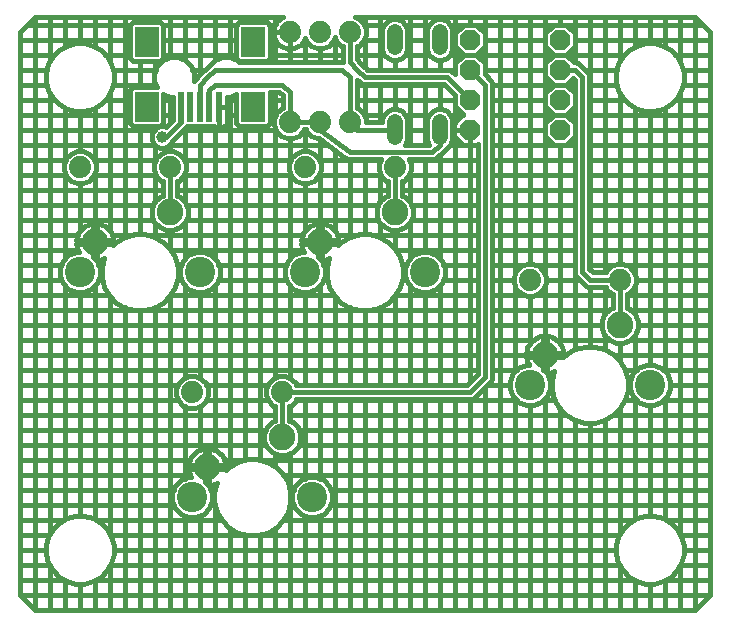
<source format=gtl>
G75*
G70*
%OFA0B0*%
%FSLAX24Y24*%
%IPPOS*%
%LPD*%
%AMOC8*
5,1,8,0,0,1.08239X$1,22.5*
%
%ADD10C,0.0886*%
%ADD11C,0.1012*%
%ADD12OC8,0.0680*%
%ADD13R,0.0197X0.0984*%
%ADD14R,0.0787X0.0984*%
%ADD15C,0.0740*%
%ADD16C,0.0520*%
%ADD17C,0.0160*%
%ADD18C,0.0396*%
D10*
X006430Y004930D03*
X008930Y005930D03*
X010180Y012430D03*
X012680Y013430D03*
X017680Y008680D03*
X020180Y009680D03*
X005180Y013430D03*
X002680Y012430D03*
D11*
X002180Y011430D03*
X006180Y011430D03*
X009680Y011430D03*
X013680Y011430D03*
X017180Y007680D03*
X021180Y007680D03*
X009930Y003930D03*
X005930Y003930D03*
D12*
X015180Y016180D03*
X015180Y017180D03*
X015180Y018180D03*
X015180Y019180D03*
X018180Y019180D03*
X018180Y018180D03*
X018180Y017180D03*
X018180Y016180D03*
D13*
X006810Y016946D03*
X006495Y016946D03*
X006180Y016946D03*
X005865Y016946D03*
X005550Y016946D03*
D14*
X004408Y016946D03*
X004408Y019111D03*
X007952Y019111D03*
X007952Y016946D03*
D15*
X009180Y016430D03*
X010180Y016430D03*
X011180Y016430D03*
X009680Y014930D03*
X012680Y014930D03*
X017180Y011180D03*
X020180Y011180D03*
X011180Y019430D03*
X010180Y019430D03*
X009180Y019430D03*
X005180Y014930D03*
X002180Y014930D03*
X005930Y007430D03*
X008930Y007430D03*
D16*
X012680Y015920D02*
X012680Y016440D01*
X014180Y016440D02*
X014180Y015920D01*
X014180Y018920D02*
X014180Y019440D01*
X012680Y019440D02*
X012680Y018920D01*
D17*
X000680Y019930D02*
X000680Y000180D01*
X022680Y000180D01*
X022680Y019930D01*
X023180Y019430D01*
X023180Y000680D01*
X000180Y000680D01*
X000180Y019430D01*
X000680Y019930D01*
X008950Y019930D01*
X008892Y019900D01*
X008822Y019850D01*
X008760Y019788D01*
X008710Y019718D01*
X008670Y019641D01*
X008644Y019559D01*
X008630Y019473D01*
X008630Y019439D01*
X009171Y019439D01*
X009171Y019421D01*
X009189Y019421D01*
X009189Y018880D01*
X009223Y018880D01*
X009309Y018894D01*
X009391Y018920D01*
X009468Y018960D01*
X009538Y019010D01*
X009600Y019072D01*
X009650Y019142D01*
X009690Y019219D01*
X009691Y019224D01*
X009731Y019130D01*
X009880Y018981D01*
X010075Y018900D01*
X010285Y018900D01*
X010480Y018981D01*
X010629Y019130D01*
X010680Y019252D01*
X010680Y018420D01*
X010940Y018420D02*
X007486Y018420D01*
X007418Y018487D01*
X007177Y018587D01*
X006915Y018587D01*
X006674Y018487D01*
X006589Y018402D01*
X006544Y018383D01*
X006477Y018316D01*
X006227Y018066D01*
X005977Y017816D01*
X005971Y017803D01*
X005971Y018061D01*
X005871Y018302D01*
X005686Y018487D01*
X005445Y018587D01*
X005183Y018587D01*
X004942Y018487D01*
X004757Y018302D01*
X004657Y018061D01*
X004657Y017799D01*
X004740Y017598D01*
X003948Y017598D01*
X003855Y017504D01*
X003855Y016387D01*
X003948Y016294D01*
X004868Y016294D01*
X004962Y016387D01*
X004962Y017364D01*
X005183Y017273D01*
X005292Y017273D01*
X005292Y016511D01*
X005049Y016268D01*
X005001Y016288D01*
X004859Y016288D01*
X004727Y016234D01*
X004626Y016133D01*
X004572Y016001D01*
X004572Y015859D01*
X004626Y015727D01*
X004727Y015626D01*
X004859Y015572D01*
X005001Y015572D01*
X005133Y015626D01*
X005234Y015727D01*
X005267Y015807D01*
X005753Y016294D01*
X006629Y016294D01*
X006642Y016286D01*
X006688Y016274D01*
X006810Y016274D01*
X006932Y016274D01*
X006978Y016286D01*
X007019Y016310D01*
X007052Y016343D01*
X007076Y016384D01*
X007088Y016430D01*
X007088Y016946D01*
X007088Y017273D01*
X007177Y017273D01*
X007398Y017364D01*
X007398Y016387D01*
X007492Y016294D01*
X008412Y016294D01*
X008505Y016387D01*
X008505Y017440D01*
X008831Y017440D01*
X008940Y017331D01*
X008940Y016904D01*
X008880Y016879D01*
X008731Y016730D01*
X008650Y016535D01*
X008650Y016325D01*
X008731Y016130D01*
X008880Y015981D01*
X009075Y015900D01*
X009285Y015900D01*
X009480Y015981D01*
X009629Y016130D01*
X009654Y016190D01*
X009706Y016190D01*
X009731Y016130D01*
X009880Y015981D01*
X010075Y015900D01*
X010153Y015900D01*
X011022Y015248D01*
X011044Y015227D01*
X011060Y015220D01*
X011074Y015209D01*
X011104Y015202D01*
X011132Y015190D01*
X011150Y015190D01*
X011167Y015186D01*
X011197Y015190D01*
X012214Y015190D01*
X012150Y015035D01*
X012150Y014825D01*
X012231Y014630D01*
X012380Y014481D01*
X012440Y014456D01*
X012440Y013983D01*
X012338Y013941D01*
X012169Y013772D01*
X012077Y013550D01*
X012077Y013310D01*
X012169Y013088D01*
X012338Y012919D01*
X012560Y012827D01*
X012800Y012827D01*
X013022Y012919D01*
X013191Y013088D01*
X013283Y013310D01*
X013283Y013550D01*
X013191Y013772D01*
X013022Y013941D01*
X012920Y013983D01*
X012920Y014456D01*
X012980Y014481D01*
X013129Y014630D01*
X013210Y014825D01*
X013210Y015035D01*
X013146Y015190D01*
X013978Y015190D01*
X014066Y015227D01*
X014316Y015477D01*
X014383Y015544D01*
X014386Y015551D01*
X014418Y015564D01*
X014536Y015682D01*
X014600Y015836D01*
X014600Y016524D01*
X014536Y016678D01*
X014418Y016796D01*
X014264Y016860D01*
X014096Y016860D01*
X013942Y016796D01*
X013824Y016678D01*
X013760Y016524D01*
X013760Y015836D01*
X013824Y015682D01*
X013833Y015673D01*
X013831Y015670D01*
X013024Y015670D01*
X013036Y015682D01*
X013100Y015836D01*
X013100Y016524D01*
X013036Y016678D01*
X012918Y016796D01*
X012764Y016860D01*
X012596Y016860D01*
X012442Y016796D01*
X012324Y016678D01*
X012260Y016524D01*
X012260Y016420D01*
X011710Y016420D01*
X011710Y016535D01*
X011629Y016730D01*
X011480Y016879D01*
X011420Y016904D01*
X011420Y017851D01*
X011477Y017794D01*
X011544Y017727D01*
X011632Y017690D01*
X014331Y017690D01*
X014680Y017341D01*
X014680Y016973D01*
X014680Y016415D01*
X014660Y016395D02*
X014660Y016180D01*
X015180Y016180D01*
X015180Y007769D01*
X015091Y007680D02*
X009400Y007680D01*
X009404Y007670D02*
X009379Y007730D01*
X009230Y007879D01*
X009035Y007960D01*
X008825Y007960D01*
X008630Y007879D01*
X008481Y007730D01*
X008400Y007535D01*
X008400Y007325D01*
X008481Y007130D01*
X008630Y006981D01*
X008690Y006956D01*
X008690Y006483D01*
X008588Y006441D01*
X008419Y006272D01*
X008327Y006050D01*
X008327Y005810D01*
X008419Y005588D01*
X008588Y005419D01*
X008810Y005327D01*
X009050Y005327D01*
X009272Y005419D01*
X009441Y005588D01*
X009533Y005810D01*
X009533Y006050D01*
X009441Y006272D01*
X009272Y006441D01*
X009170Y006483D01*
X009170Y006956D01*
X009230Y006981D01*
X009379Y007130D01*
X009404Y007190D01*
X015228Y007190D01*
X015316Y007227D01*
X015383Y007294D01*
X015883Y007794D01*
X015920Y007882D01*
X015920Y017728D01*
X015883Y017816D01*
X015680Y018019D01*
X015680Y019930D01*
X015387Y019680D02*
X015680Y019387D01*
X015680Y018973D01*
X015387Y018680D01*
X017973Y018680D01*
X018387Y018680D01*
X020332Y018680D01*
X020276Y018624D02*
X020127Y018366D01*
X020050Y018079D01*
X020050Y017781D01*
X020127Y017494D01*
X020276Y017236D01*
X020486Y017026D01*
X020744Y016877D01*
X021031Y016800D01*
X021329Y016800D01*
X021616Y016877D01*
X021874Y017026D01*
X022084Y017236D01*
X022233Y017494D01*
X022310Y017781D01*
X022310Y018079D01*
X022233Y018366D01*
X022084Y018624D01*
X021874Y018834D01*
X021616Y018983D01*
X021329Y019060D01*
X021031Y019060D01*
X020744Y018983D01*
X020486Y018834D01*
X020276Y018624D01*
X020180Y018458D02*
X020180Y019930D01*
X019680Y019930D02*
X019680Y011420D01*
X019706Y011420D02*
X019279Y011420D01*
X019170Y011529D01*
X019170Y017978D01*
X019133Y018066D01*
X019066Y018133D01*
X018816Y018383D01*
X018728Y018420D01*
X018647Y018420D01*
X018387Y018680D01*
X018680Y018973D01*
X018680Y019387D01*
X018387Y019680D01*
X017973Y019680D01*
X017680Y019387D01*
X017680Y019930D01*
X018180Y019930D02*
X018180Y019680D01*
X018680Y019930D02*
X018680Y018420D01*
X018680Y018180D02*
X018930Y017930D01*
X018930Y011430D01*
X019180Y011180D01*
X020180Y011180D01*
X020180Y009680D01*
X020783Y009680D02*
X023180Y009680D01*
X023180Y009180D02*
X020533Y009180D01*
X020522Y009169D02*
X020691Y009338D01*
X020783Y009560D01*
X020783Y009800D01*
X020691Y010022D01*
X020522Y010191D01*
X020420Y010233D01*
X020420Y010706D01*
X020480Y010731D01*
X020629Y010880D01*
X020710Y011075D01*
X020710Y011285D01*
X020629Y011480D01*
X020480Y011629D01*
X020285Y011710D01*
X020075Y011710D01*
X019880Y011629D01*
X019731Y011480D01*
X019706Y011420D01*
X020002Y011680D02*
X019170Y011680D01*
X019180Y011519D02*
X019180Y019930D01*
X018680Y019180D02*
X023180Y019180D01*
X022930Y019680D02*
X014534Y019680D01*
X014536Y019678D02*
X014418Y019796D01*
X014264Y019860D01*
X014096Y019860D01*
X013942Y019796D01*
X013824Y019678D01*
X013760Y019524D01*
X013760Y018836D01*
X013824Y018682D01*
X013942Y018564D01*
X014096Y018500D01*
X014264Y018500D01*
X014418Y018564D01*
X014536Y018682D01*
X014600Y018836D01*
X014600Y019524D01*
X014536Y019678D01*
X014680Y019930D02*
X014680Y019387D01*
X014680Y018973D01*
X014680Y018387D01*
X014680Y018019D01*
X014566Y018133D01*
X014478Y018170D01*
X011779Y018170D01*
X011566Y018383D01*
X011420Y018529D01*
X011420Y018956D01*
X011480Y018981D01*
X011629Y019130D01*
X011710Y019325D01*
X011710Y019535D01*
X011629Y019730D01*
X011480Y019879D01*
X011358Y019930D01*
X022680Y019930D01*
X022180Y019930D02*
X022180Y018458D01*
X022028Y018680D02*
X023180Y018680D01*
X023180Y018180D02*
X022283Y018180D01*
X022283Y017680D02*
X023180Y017680D01*
X023180Y017180D02*
X022028Y017180D01*
X022180Y017402D02*
X022180Y002708D01*
X022196Y002680D02*
X023180Y002680D01*
X023180Y002180D02*
X022310Y002180D01*
X022310Y002329D02*
X022233Y002616D01*
X022084Y002874D01*
X021874Y003084D01*
X021616Y003233D01*
X021329Y003310D01*
X021031Y003310D01*
X020744Y003233D01*
X020486Y003084D01*
X020276Y002874D01*
X020127Y002616D01*
X020050Y002329D01*
X020050Y002031D01*
X020127Y001744D01*
X020276Y001486D01*
X020486Y001276D01*
X020744Y001127D01*
X021031Y001050D01*
X021329Y001050D01*
X021616Y001127D01*
X021874Y001276D01*
X022084Y001486D01*
X022233Y001744D01*
X022310Y002031D01*
X022310Y002329D01*
X022196Y001680D02*
X023180Y001680D01*
X023180Y001180D02*
X021708Y001180D01*
X021680Y001164D02*
X021680Y000180D01*
X021180Y000180D02*
X021180Y001050D01*
X020680Y001164D02*
X020680Y000180D01*
X020180Y000180D02*
X020180Y001652D01*
X020164Y001680D02*
X003196Y001680D01*
X003180Y001652D02*
X003180Y000180D01*
X002680Y000180D02*
X002680Y001164D01*
X002708Y001180D02*
X020652Y001180D01*
X020050Y002180D02*
X003310Y002180D01*
X003310Y002329D02*
X003233Y002616D01*
X003084Y002874D01*
X002874Y003084D01*
X002616Y003233D01*
X002329Y003310D01*
X002031Y003310D01*
X001744Y003233D01*
X001486Y003084D01*
X001276Y002874D01*
X001127Y002616D01*
X001050Y002329D01*
X001050Y002031D01*
X001127Y001744D01*
X001276Y001486D01*
X001486Y001276D01*
X001744Y001127D01*
X002031Y001050D01*
X002329Y001050D01*
X002616Y001127D01*
X002874Y001276D01*
X003084Y001486D01*
X003233Y001744D01*
X003310Y002031D01*
X003310Y002329D01*
X003196Y002680D02*
X007698Y002680D01*
X007680Y002685D02*
X007680Y000180D01*
X007180Y000180D02*
X007180Y002899D01*
X007152Y002916D02*
X007441Y002749D01*
X007763Y002663D01*
X008097Y002663D01*
X008419Y002749D01*
X008708Y002916D01*
X008944Y003152D01*
X009111Y003441D01*
X009197Y003763D01*
X009197Y004097D01*
X009111Y004419D01*
X008944Y004708D01*
X008708Y004944D01*
X008419Y005111D01*
X008097Y005197D01*
X007763Y005197D01*
X007441Y005111D01*
X007152Y004944D01*
X007046Y004839D01*
X007050Y004862D01*
X006498Y004862D01*
X006498Y004998D01*
X007050Y004998D01*
X007038Y005076D01*
X007007Y005169D01*
X006963Y005256D01*
X006905Y005336D01*
X006836Y005405D01*
X006756Y005463D01*
X006669Y005507D01*
X006576Y005538D01*
X006498Y005550D01*
X006498Y004998D01*
X006362Y004998D01*
X006362Y004862D01*
X006498Y004862D01*
X006498Y004310D01*
X006576Y004322D01*
X006669Y004353D01*
X006741Y004389D01*
X006663Y004097D01*
X006663Y003763D01*
X006749Y003441D01*
X006916Y003152D01*
X007152Y002916D01*
X006899Y003180D02*
X002708Y003180D01*
X002680Y003196D02*
X002680Y010988D01*
X002745Y011053D02*
X002846Y011297D01*
X002846Y011563D01*
X002745Y011807D01*
X002612Y011940D01*
X002612Y012362D01*
X002748Y012362D01*
X002748Y012498D01*
X003300Y012498D01*
X003288Y012576D01*
X003257Y012669D01*
X003213Y012756D01*
X003155Y012836D01*
X003086Y012905D01*
X003006Y012963D01*
X002919Y013007D01*
X002826Y013038D01*
X002748Y013050D01*
X002748Y012498D01*
X002612Y012498D01*
X002612Y012362D01*
X002060Y012362D01*
X002072Y012284D01*
X002103Y012191D01*
X002147Y012104D01*
X002153Y012096D01*
X002047Y012096D01*
X001803Y011995D01*
X001615Y011807D01*
X001514Y011563D01*
X001514Y011297D01*
X001615Y011053D01*
X001803Y010865D01*
X002047Y010764D01*
X002313Y010764D01*
X002557Y010865D01*
X002745Y011053D01*
X002798Y011180D02*
X002935Y011180D01*
X002913Y011263D02*
X002999Y010941D01*
X003166Y010652D01*
X003402Y010416D01*
X003691Y010249D01*
X004013Y010163D01*
X004347Y010163D01*
X004669Y010249D01*
X004958Y010416D01*
X005194Y010652D01*
X005361Y010941D01*
X005447Y011263D01*
X005447Y011597D01*
X005361Y011919D01*
X005194Y012208D01*
X004958Y012444D01*
X004669Y012611D01*
X004347Y012697D01*
X004013Y012697D01*
X003691Y012611D01*
X003402Y012444D01*
X003296Y012339D01*
X003300Y012362D01*
X002748Y012362D01*
X002748Y011810D01*
X002826Y011822D01*
X002919Y011853D01*
X002991Y011889D01*
X002913Y011597D01*
X002913Y011263D01*
X002935Y011680D02*
X002798Y011680D01*
X002680Y011872D02*
X002680Y012362D01*
X002680Y012498D02*
X002680Y014752D01*
X002650Y014680D02*
X004710Y014680D01*
X004731Y014630D02*
X004880Y014481D01*
X004940Y014456D01*
X004940Y013983D01*
X004838Y013941D01*
X004669Y013772D01*
X004577Y013550D01*
X004577Y013310D01*
X004669Y013088D01*
X004838Y012919D01*
X005060Y012827D01*
X005300Y012827D01*
X005522Y012919D01*
X005691Y013088D01*
X005783Y013310D01*
X005783Y013550D01*
X005691Y013772D01*
X005522Y013941D01*
X005420Y013983D01*
X005420Y014456D01*
X005480Y014481D01*
X005629Y014630D01*
X005710Y014825D01*
X005710Y015035D01*
X005629Y015230D01*
X005480Y015379D01*
X005285Y015460D01*
X005075Y015460D01*
X004880Y015379D01*
X004731Y015230D01*
X004650Y015035D01*
X004650Y014825D01*
X004731Y014630D01*
X004680Y014752D02*
X004680Y013783D01*
X004631Y013680D02*
X000180Y013680D01*
X000180Y013180D02*
X004631Y013180D01*
X004680Y013077D02*
X004680Y012605D01*
X004412Y012680D02*
X009608Y012680D01*
X009603Y012669D02*
X009572Y012576D01*
X009560Y012498D01*
X010112Y012498D01*
X010112Y012362D01*
X010248Y012362D01*
X010248Y012498D01*
X010800Y012498D01*
X010788Y012576D01*
X010757Y012669D01*
X010713Y012756D01*
X010655Y012836D01*
X010586Y012905D01*
X010506Y012963D01*
X010419Y013007D01*
X010326Y013038D01*
X010248Y013050D01*
X010248Y012498D01*
X010112Y012498D01*
X010112Y013050D01*
X010034Y013038D01*
X009941Y013007D01*
X009854Y012963D01*
X009774Y012905D01*
X009705Y012836D01*
X009647Y012756D01*
X009603Y012669D01*
X009680Y012802D02*
X009680Y014400D01*
X009785Y014400D02*
X009980Y014481D01*
X010129Y014630D01*
X010210Y014825D01*
X010210Y015035D01*
X010129Y015230D01*
X009980Y015379D01*
X009785Y015460D01*
X009575Y015460D01*
X009380Y015379D01*
X009231Y015230D01*
X009150Y015035D01*
X009150Y014825D01*
X009231Y014630D01*
X009380Y014481D01*
X009575Y014400D01*
X009785Y014400D01*
X010150Y014680D02*
X012210Y014680D01*
X012180Y014752D02*
X012180Y013783D01*
X012131Y013680D02*
X005729Y013680D01*
X005680Y013783D02*
X005680Y014752D01*
X005650Y014680D02*
X009210Y014680D01*
X009180Y014752D02*
X009180Y011872D01*
X009115Y011807D02*
X009014Y011563D01*
X009014Y011297D01*
X009115Y011053D01*
X009303Y010865D01*
X009547Y010764D01*
X009813Y010764D01*
X010057Y010865D01*
X010245Y011053D01*
X010346Y011297D01*
X010346Y011563D01*
X010245Y011807D01*
X010112Y011940D01*
X010112Y012362D01*
X009560Y012362D01*
X009572Y012284D01*
X009603Y012191D01*
X009647Y012104D01*
X009653Y012096D01*
X009547Y012096D01*
X009303Y011995D01*
X009115Y011807D01*
X009062Y011680D02*
X006798Y011680D01*
X006846Y011563D02*
X006745Y011807D01*
X006557Y011995D01*
X006313Y012096D01*
X006047Y012096D01*
X005803Y011995D01*
X005615Y011807D01*
X005514Y011563D01*
X005514Y011297D01*
X005615Y011053D01*
X005803Y010865D01*
X006047Y010764D01*
X006313Y010764D01*
X006557Y010865D01*
X006745Y011053D01*
X006846Y011297D01*
X006846Y011563D01*
X006680Y011872D02*
X006680Y016276D01*
X006810Y016274D02*
X006810Y016946D01*
X007088Y016946D01*
X006810Y016946D01*
X006810Y016946D01*
X006810Y016274D01*
X006810Y016680D02*
X006810Y016680D01*
X006810Y016946D02*
X006810Y016946D01*
X007088Y017180D02*
X007398Y017180D01*
X007180Y017274D02*
X007180Y004961D01*
X007002Y005180D02*
X007698Y005180D01*
X007680Y005175D02*
X007680Y016294D01*
X007398Y016680D02*
X007088Y016680D01*
X006495Y016946D02*
X006495Y017495D01*
X006680Y017680D01*
X008930Y017680D01*
X009180Y017430D01*
X009180Y016430D01*
X010180Y016430D01*
X010180Y016180D01*
X011180Y015430D01*
X012680Y015430D01*
X012930Y015430D01*
X013930Y015430D01*
X014180Y015680D01*
X014180Y016180D01*
X014600Y016180D02*
X015180Y016180D01*
X015180Y015660D01*
X015395Y015660D01*
X015440Y015705D01*
X015440Y008029D01*
X015081Y007670D01*
X009404Y007670D01*
X009680Y007670D02*
X009680Y010764D01*
X009180Y010988D02*
X009180Y007900D01*
X008680Y007900D02*
X008680Y016252D01*
X008710Y016180D02*
X005639Y016180D01*
X005680Y016221D02*
X005680Y015108D01*
X005650Y015180D02*
X009210Y015180D01*
X009180Y015108D02*
X009180Y015900D01*
X009650Y016180D02*
X009710Y016180D01*
X009680Y016190D02*
X009680Y015460D01*
X010150Y015180D02*
X012210Y015180D01*
X012180Y015190D02*
X012180Y015108D01*
X011680Y015190D02*
X011680Y012697D01*
X011847Y012697D02*
X011513Y012697D01*
X011191Y012611D01*
X010902Y012444D01*
X010796Y012339D01*
X010800Y012362D01*
X010248Y012362D01*
X010248Y011810D01*
X010326Y011822D01*
X010419Y011853D01*
X010491Y011889D01*
X010413Y011597D01*
X010413Y011263D01*
X010499Y010941D01*
X010666Y010652D01*
X010902Y010416D01*
X011191Y010249D01*
X011513Y010163D01*
X011847Y010163D01*
X012169Y010249D01*
X012458Y010416D01*
X012694Y010652D01*
X012861Y010941D01*
X012947Y011263D01*
X012947Y011597D01*
X012861Y011919D01*
X012694Y012208D01*
X012458Y012444D01*
X012169Y012611D01*
X011847Y012697D01*
X011912Y012680D02*
X015440Y012680D01*
X015920Y012680D02*
X018690Y012680D01*
X019170Y012680D02*
X023180Y012680D01*
X023180Y013180D02*
X019170Y013180D01*
X018690Y013180D02*
X015920Y013180D01*
X015440Y013180D02*
X013229Y013180D01*
X013180Y013077D02*
X013180Y011872D01*
X013115Y011807D02*
X013014Y011563D01*
X013014Y011297D01*
X013115Y011053D01*
X013303Y010865D01*
X013547Y010764D01*
X013813Y010764D01*
X014057Y010865D01*
X014245Y011053D01*
X014346Y011297D01*
X014346Y011563D01*
X014245Y011807D01*
X014057Y011995D01*
X013813Y012096D01*
X013547Y012096D01*
X013303Y011995D01*
X013115Y011807D01*
X013062Y011680D02*
X012925Y011680D01*
X012925Y011180D02*
X013062Y011180D01*
X013180Y010988D02*
X013180Y007670D01*
X013180Y007190D02*
X013180Y000180D01*
X012680Y000180D02*
X012680Y007190D01*
X012680Y007670D02*
X012680Y010638D01*
X012711Y010680D02*
X015440Y010680D01*
X015920Y010680D02*
X017002Y010680D01*
X017075Y010650D02*
X016880Y010731D01*
X016731Y010880D01*
X016650Y011075D01*
X016650Y011285D01*
X016731Y011480D01*
X016880Y011629D01*
X017075Y011710D01*
X017285Y011710D01*
X017480Y011629D01*
X017629Y011480D01*
X017710Y011285D01*
X017710Y011075D01*
X017629Y010880D01*
X017480Y010731D01*
X017285Y010650D01*
X017075Y010650D01*
X017180Y010650D02*
X017180Y009052D01*
X017205Y009086D02*
X017147Y009006D01*
X017103Y008919D01*
X017072Y008826D01*
X017060Y008748D01*
X017612Y008748D01*
X017612Y008612D01*
X017748Y008612D01*
X017748Y008748D01*
X018300Y008748D01*
X018288Y008826D01*
X018257Y008919D01*
X018213Y009006D01*
X018155Y009086D01*
X018086Y009155D01*
X018006Y009213D01*
X017919Y009257D01*
X017826Y009288D01*
X017748Y009300D01*
X017748Y008748D01*
X017612Y008748D01*
X017612Y009300D01*
X017534Y009288D01*
X017441Y009257D01*
X017354Y009213D01*
X017274Y009155D01*
X017205Y009086D01*
X017308Y009180D02*
X015920Y009180D01*
X015440Y009180D02*
X000180Y009180D01*
X000180Y009680D02*
X015440Y009680D01*
X015920Y009680D02*
X019577Y009680D01*
X019577Y009800D02*
X019577Y009560D01*
X019669Y009338D01*
X019838Y009169D01*
X020060Y009077D01*
X020300Y009077D01*
X020522Y009169D01*
X020680Y009327D02*
X020680Y008122D01*
X020738Y008180D02*
X020355Y008180D01*
X020361Y008169D02*
X020194Y008458D01*
X019958Y008694D01*
X019669Y008861D01*
X019347Y008947D01*
X019013Y008947D01*
X018691Y008861D01*
X018402Y008694D01*
X018296Y008589D01*
X018300Y008612D01*
X017748Y008612D01*
X017748Y008060D01*
X017826Y008072D01*
X017919Y008103D01*
X017991Y008139D01*
X017913Y007847D01*
X017913Y007513D01*
X017999Y007191D01*
X018166Y006902D01*
X018402Y006666D01*
X018691Y006499D01*
X019013Y006413D01*
X019347Y006413D01*
X019669Y006499D01*
X019958Y006666D01*
X020194Y006902D01*
X020361Y007191D01*
X020447Y007513D01*
X020447Y007847D01*
X020361Y008169D01*
X020615Y008057D02*
X020514Y007813D01*
X020514Y007547D01*
X020615Y007303D01*
X020803Y007115D01*
X021047Y007014D01*
X021313Y007014D01*
X021557Y007115D01*
X021745Y007303D01*
X021846Y007547D01*
X021846Y007813D01*
X021745Y008057D01*
X021557Y008245D01*
X021313Y008346D01*
X021047Y008346D01*
X020803Y008245D01*
X020615Y008057D01*
X020514Y007680D02*
X020447Y007680D01*
X020680Y007238D02*
X020680Y003196D01*
X020652Y003180D02*
X008961Y003180D01*
X008680Y002899D02*
X008680Y000180D01*
X008180Y000180D02*
X008180Y002685D01*
X008162Y002680D02*
X020164Y002680D01*
X020180Y002708D02*
X020180Y006888D01*
X019972Y006680D02*
X023180Y006680D01*
X023180Y006180D02*
X009479Y006180D01*
X009180Y006479D02*
X009180Y006960D01*
X009170Y006680D02*
X018388Y006680D01*
X018180Y006888D02*
X018180Y000180D01*
X017680Y000180D02*
X017680Y007238D01*
X017622Y007180D02*
X018005Y007180D01*
X017745Y007303D02*
X017846Y007547D01*
X017846Y007813D01*
X017745Y008057D01*
X017612Y008190D01*
X017612Y008612D01*
X017060Y008612D01*
X017072Y008534D01*
X017103Y008441D01*
X017147Y008354D01*
X017153Y008346D01*
X017047Y008346D01*
X016803Y008245D01*
X016615Y008057D01*
X016514Y007813D01*
X016514Y007547D01*
X016615Y007303D01*
X016803Y007115D01*
X017047Y007014D01*
X017313Y007014D01*
X017557Y007115D01*
X017745Y007303D01*
X017846Y007680D02*
X017913Y007680D01*
X017680Y008122D02*
X017680Y008612D01*
X017748Y008680D02*
X018388Y008680D01*
X018180Y008612D02*
X018180Y008748D01*
X018180Y009052D02*
X018180Y015680D01*
X017973Y015680D02*
X018387Y015680D01*
X018690Y015680D01*
X018680Y015973D02*
X018387Y015680D01*
X018680Y015973D02*
X018680Y016387D01*
X018387Y016680D01*
X018690Y016680D01*
X018680Y016973D02*
X018387Y016680D01*
X017973Y016680D01*
X015920Y016680D01*
X015920Y016180D02*
X017680Y016180D01*
X017680Y016387D02*
X017680Y015973D01*
X017680Y011358D01*
X017710Y011180D02*
X018841Y011180D01*
X018794Y011227D02*
X018977Y011044D01*
X019044Y010977D01*
X019132Y010940D01*
X019706Y010940D01*
X019731Y010880D01*
X019880Y010731D01*
X019940Y010706D01*
X019940Y010233D01*
X019838Y010191D01*
X019669Y010022D01*
X019577Y009800D01*
X019680Y010033D02*
X019680Y010940D01*
X019940Y010680D02*
X017358Y010680D01*
X017680Y011002D02*
X017680Y008748D01*
X017612Y008680D02*
X015920Y008680D01*
X015440Y008680D02*
X000180Y008680D01*
X000180Y008180D02*
X015440Y008180D01*
X015680Y007930D02*
X015180Y007430D01*
X008930Y007430D01*
X008930Y005930D01*
X008680Y006479D02*
X008680Y006960D01*
X008690Y006680D02*
X000180Y006680D01*
X000180Y006180D02*
X008381Y006180D01*
X008381Y005680D02*
X000180Y005680D01*
X000180Y005180D02*
X005858Y005180D01*
X005853Y005169D02*
X005822Y005076D01*
X005810Y004998D01*
X006362Y004998D01*
X006362Y005550D01*
X006284Y005538D01*
X006191Y005507D01*
X006104Y005463D01*
X006024Y005405D01*
X005955Y005336D01*
X005897Y005256D01*
X005853Y005169D01*
X005810Y004862D02*
X005822Y004784D01*
X005853Y004691D01*
X005897Y004604D01*
X005903Y004596D01*
X005797Y004596D01*
X005553Y004495D01*
X005365Y004307D01*
X005264Y004063D01*
X005264Y003797D01*
X005365Y003553D01*
X005553Y003365D01*
X005797Y003264D01*
X006063Y003264D01*
X006307Y003365D01*
X006495Y003553D01*
X006596Y003797D01*
X006596Y004063D01*
X006495Y004307D01*
X006362Y004440D01*
X006362Y004862D01*
X005810Y004862D01*
X005858Y004680D02*
X000180Y004680D01*
X000180Y004180D02*
X005312Y004180D01*
X005680Y004548D02*
X005680Y006960D01*
X005630Y006981D02*
X005825Y006900D01*
X006035Y006900D01*
X006230Y006981D01*
X006379Y007130D01*
X006460Y007325D01*
X006460Y007535D01*
X006379Y007730D01*
X006230Y007879D01*
X006035Y007960D01*
X005825Y007960D01*
X005630Y007879D01*
X005481Y007730D01*
X005400Y007535D01*
X005400Y007325D01*
X005481Y007130D01*
X005630Y006981D01*
X005460Y007180D02*
X000180Y007180D01*
X000180Y007680D02*
X005460Y007680D01*
X005680Y007900D02*
X005680Y010988D01*
X005562Y011180D02*
X005425Y011180D01*
X005425Y011680D02*
X005562Y011680D01*
X005680Y011872D02*
X005680Y013077D01*
X005729Y013180D02*
X012131Y013180D01*
X012180Y013077D02*
X012180Y012605D01*
X012680Y012827D02*
X012680Y012222D01*
X012711Y012180D02*
X015440Y012180D01*
X015920Y012180D02*
X018690Y012180D01*
X019170Y012180D02*
X023180Y012180D01*
X023180Y011680D02*
X020358Y011680D01*
X020180Y011710D02*
X020180Y017402D01*
X020332Y017180D02*
X019170Y017180D01*
X018690Y017180D02*
X018680Y017180D01*
X018680Y016973D02*
X018680Y017387D01*
X018387Y017680D01*
X018690Y017680D01*
X018690Y017831D02*
X018690Y011382D01*
X018727Y011294D01*
X018794Y011227D01*
X018794Y011227D01*
X018977Y011044D02*
X018977Y011044D01*
X019180Y010940D02*
X019180Y008947D01*
X019680Y008855D02*
X019680Y009327D01*
X019827Y009180D02*
X018052Y009180D01*
X017748Y009180D02*
X017612Y009180D01*
X017180Y008748D02*
X017180Y008612D01*
X017622Y008180D02*
X017748Y008180D01*
X016738Y008180D02*
X015920Y008180D01*
X015680Y007930D02*
X015680Y017680D01*
X015180Y018180D01*
X015180Y018680D02*
X015180Y018680D01*
X014973Y018680D02*
X015387Y018680D01*
X014973Y018680D01*
X014534Y018680D01*
X014680Y018387D02*
X014973Y018680D01*
X014680Y018973D01*
X014680Y019180D02*
X014600Y019180D01*
X014680Y019387D02*
X014973Y019680D01*
X015387Y019680D01*
X015180Y019680D02*
X015180Y019930D01*
X015680Y019180D02*
X017680Y019180D01*
X017680Y019387D02*
X017680Y018973D01*
X017680Y018387D01*
X017680Y017973D01*
X017680Y017387D01*
X017680Y016973D01*
X017680Y016387D01*
X017973Y016680D01*
X017680Y016973D01*
X017680Y017180D02*
X015920Y017180D01*
X015920Y017680D02*
X017973Y017680D01*
X018387Y017680D01*
X018614Y017907D01*
X018690Y017831D01*
X018680Y017841D02*
X018680Y008855D01*
X019972Y008680D02*
X023180Y008680D01*
X023180Y008180D02*
X021622Y008180D01*
X021680Y008122D02*
X021680Y016914D01*
X021180Y016800D02*
X021180Y008346D01*
X021846Y007680D02*
X023180Y007680D01*
X023180Y007180D02*
X021622Y007180D01*
X021680Y007238D02*
X021680Y003196D01*
X021708Y003180D02*
X023180Y003180D01*
X023180Y003680D02*
X010548Y003680D01*
X010596Y003797D02*
X010495Y003553D01*
X010307Y003365D01*
X010063Y003264D01*
X009797Y003264D01*
X009553Y003365D01*
X009365Y003553D01*
X009264Y003797D01*
X009264Y004063D01*
X009365Y004307D01*
X009553Y004495D01*
X009797Y004596D01*
X010063Y004596D01*
X010307Y004495D01*
X010495Y004307D01*
X010596Y004063D01*
X010596Y003797D01*
X010548Y004180D02*
X023180Y004180D01*
X023180Y004680D02*
X008961Y004680D01*
X008680Y004961D02*
X008680Y005381D01*
X009180Y005381D02*
X009180Y004162D01*
X009175Y004180D02*
X009312Y004180D01*
X009680Y004548D02*
X009680Y007190D01*
X009400Y007180D02*
X016738Y007180D01*
X016680Y007238D02*
X016680Y000180D01*
X016180Y000180D02*
X016180Y019930D01*
X016680Y019930D02*
X016680Y011358D01*
X016650Y011180D02*
X015920Y011180D01*
X015440Y011180D02*
X014298Y011180D01*
X014180Y010988D02*
X014180Y007670D01*
X014180Y007190D02*
X014180Y000180D01*
X013680Y000180D02*
X013680Y007190D01*
X013680Y007670D02*
X013680Y010764D01*
X014298Y011680D02*
X015440Y011680D01*
X015920Y011680D02*
X017002Y011680D01*
X017180Y011710D02*
X017180Y019930D01*
X017680Y018973D02*
X017973Y018680D01*
X017680Y018387D01*
X017680Y018180D02*
X015680Y018180D01*
X015680Y018019D02*
X015680Y018387D01*
X015387Y018680D01*
X014680Y018180D02*
X011769Y018180D01*
X011680Y018269D02*
X011680Y019252D01*
X011650Y019180D02*
X012260Y019180D01*
X012260Y019524D02*
X012324Y019678D01*
X012442Y019796D01*
X012596Y019860D01*
X012764Y019860D01*
X012918Y019796D01*
X013036Y019678D01*
X013100Y019524D01*
X013100Y018836D01*
X013036Y018682D01*
X012918Y018564D01*
X012764Y018500D01*
X012596Y018500D01*
X012442Y018564D01*
X012324Y018682D01*
X012260Y018836D01*
X012260Y019524D01*
X012326Y019680D02*
X011650Y019680D01*
X011680Y019608D02*
X011680Y019930D01*
X012180Y019930D02*
X012180Y018170D01*
X012180Y017690D02*
X012180Y016420D01*
X012326Y016680D02*
X011650Y016680D01*
X011680Y016608D02*
X011680Y017690D01*
X011680Y017930D02*
X014430Y017930D01*
X015180Y017180D01*
X014680Y017180D02*
X011420Y017180D01*
X011420Y017680D02*
X014341Y017680D01*
X014180Y017690D02*
X014180Y016860D01*
X013826Y016680D02*
X013034Y016680D01*
X012680Y016860D02*
X012680Y017690D01*
X012680Y018170D02*
X012680Y018500D01*
X013034Y018680D02*
X013826Y018680D01*
X014180Y018500D02*
X014180Y018170D01*
X013680Y018170D02*
X013680Y019930D01*
X013826Y019680D02*
X013034Y019680D01*
X013180Y019930D02*
X013180Y018170D01*
X013180Y017690D02*
X013180Y015670D01*
X013034Y015680D02*
X013826Y015680D01*
X013680Y015670D02*
X013680Y017690D01*
X014680Y016973D02*
X014959Y016694D01*
X014660Y016395D01*
X014660Y016180D02*
X014660Y015965D01*
X014965Y015660D01*
X015180Y015660D01*
X015180Y016180D01*
X015180Y016180D01*
X015180Y016180D01*
X014660Y016180D01*
X014680Y016180D02*
X014680Y016180D01*
X014680Y015945D02*
X014680Y007670D01*
X014680Y007190D02*
X014680Y000180D01*
X015180Y000180D02*
X015180Y007190D01*
X015383Y007294D02*
X015383Y007294D01*
X015680Y007591D02*
X015680Y000180D01*
X017180Y000180D02*
X017180Y007014D01*
X016514Y007680D02*
X015769Y007680D01*
X016680Y008122D02*
X016680Y011002D01*
X017358Y011680D02*
X018690Y011680D01*
X019827Y010180D02*
X015920Y010180D01*
X015440Y010180D02*
X011912Y010180D01*
X011680Y010163D02*
X011680Y007670D01*
X011680Y007190D02*
X011680Y000180D01*
X012180Y000180D02*
X012180Y007190D01*
X012180Y007670D02*
X012180Y010255D01*
X011448Y010180D02*
X004412Y010180D01*
X004180Y010163D02*
X004180Y000180D01*
X003680Y000180D02*
X003680Y010255D01*
X003948Y010180D02*
X000180Y010180D01*
X000180Y010680D02*
X003149Y010680D01*
X003180Y010638D02*
X003180Y002708D01*
X002180Y003310D02*
X002180Y010764D01*
X001680Y010988D02*
X001680Y003196D01*
X001652Y003180D02*
X000180Y003180D01*
X000180Y002680D02*
X001164Y002680D01*
X001180Y002708D02*
X001180Y017402D01*
X001127Y017494D02*
X001276Y017236D01*
X001486Y017026D01*
X001744Y016877D01*
X002031Y016800D01*
X002329Y016800D01*
X002616Y016877D01*
X002874Y017026D01*
X003084Y017236D01*
X003233Y017494D01*
X003310Y017781D01*
X003310Y018079D01*
X003233Y018366D01*
X003084Y018624D01*
X002874Y018834D01*
X002616Y018983D01*
X002329Y019060D01*
X002031Y019060D01*
X001744Y018983D01*
X001486Y018834D01*
X001276Y018624D01*
X001127Y018366D01*
X001050Y018079D01*
X001050Y017781D01*
X001127Y017494D01*
X001077Y017680D02*
X000180Y017680D01*
X000180Y018180D02*
X001077Y018180D01*
X001180Y018458D02*
X001180Y019930D01*
X001680Y019930D02*
X001680Y018946D01*
X001332Y018680D02*
X000180Y018680D01*
X000180Y019180D02*
X003855Y019180D01*
X003855Y019670D02*
X003855Y018553D01*
X003948Y018459D01*
X004868Y018459D01*
X004962Y018553D01*
X004962Y019670D01*
X004868Y019763D01*
X003948Y019763D01*
X003855Y019670D01*
X003865Y019680D02*
X000430Y019680D01*
X000180Y019430D02*
X000180Y000680D01*
X000680Y000180D01*
X022680Y000180D01*
X023180Y000680D01*
X022180Y000180D02*
X022180Y001652D01*
X021180Y003310D02*
X021180Y007014D01*
X020738Y007180D02*
X020355Y007180D01*
X019680Y006505D02*
X019680Y000180D01*
X019180Y000180D02*
X019180Y006413D01*
X018680Y006505D02*
X018680Y000180D01*
X023180Y005180D02*
X008162Y005180D01*
X008180Y005175D02*
X008180Y016294D01*
X008505Y016680D02*
X008710Y016680D01*
X008680Y016608D02*
X008680Y017440D01*
X008505Y017180D02*
X008940Y017180D01*
X009180Y018420D02*
X009180Y019421D01*
X009171Y019421D02*
X009171Y018880D01*
X009137Y018880D01*
X009051Y018894D01*
X008969Y018920D01*
X008892Y018960D01*
X008822Y019010D01*
X008760Y019072D01*
X008710Y019142D01*
X008670Y019219D01*
X008644Y019301D01*
X008630Y019387D01*
X008630Y019421D01*
X009171Y019421D01*
X009171Y019180D02*
X009189Y019180D01*
X009670Y019180D02*
X009710Y019180D01*
X009680Y019200D02*
X009680Y018420D01*
X010180Y018420D02*
X010180Y018900D01*
X010650Y019180D02*
X010710Y019180D01*
X010731Y019130D02*
X010680Y019252D01*
X010731Y019130D02*
X010880Y018981D01*
X010940Y018956D01*
X010940Y018420D01*
X010930Y018180D02*
X011180Y017930D01*
X011180Y016430D01*
X011430Y016180D01*
X012680Y016180D01*
X013100Y016180D02*
X013760Y016180D01*
X014534Y015680D02*
X014945Y015680D01*
X015180Y015680D02*
X015180Y015680D01*
X015415Y015680D02*
X015440Y015680D01*
X015920Y015680D02*
X017973Y015680D01*
X017680Y015973D01*
X017973Y016680D02*
X018387Y016680D01*
X018180Y016680D02*
X018180Y016680D01*
X018680Y016180D02*
X018690Y016180D01*
X019170Y016180D02*
X023180Y016180D01*
X023180Y015680D02*
X019170Y015680D01*
X019170Y015180D02*
X023180Y015180D01*
X023180Y014680D02*
X019170Y014680D01*
X018690Y014680D02*
X015920Y014680D01*
X015440Y014680D02*
X013150Y014680D01*
X013180Y014752D02*
X013180Y013783D01*
X013229Y013680D02*
X015440Y013680D01*
X015920Y013680D02*
X018690Y013680D01*
X019170Y013680D02*
X023180Y013680D01*
X023180Y014180D02*
X019170Y014180D01*
X018690Y014180D02*
X015920Y014180D01*
X015440Y014180D02*
X012920Y014180D01*
X012440Y014180D02*
X005420Y014180D01*
X004940Y014180D02*
X000180Y014180D01*
X000180Y014680D02*
X001710Y014680D01*
X001731Y014630D02*
X001880Y014481D01*
X002075Y014400D01*
X002285Y014400D01*
X002480Y014481D01*
X002629Y014630D01*
X002710Y014825D01*
X002710Y015035D01*
X002629Y015230D01*
X002480Y015379D01*
X002285Y015460D01*
X002075Y015460D01*
X001880Y015379D01*
X001731Y015230D01*
X001650Y015035D01*
X001650Y014825D01*
X001731Y014630D01*
X001680Y014752D02*
X001680Y011872D01*
X001562Y011680D02*
X000180Y011680D01*
X000180Y011180D02*
X001562Y011180D01*
X002108Y012180D02*
X000180Y012180D01*
X000180Y012680D02*
X002108Y012680D01*
X002103Y012669D02*
X002072Y012576D01*
X002060Y012498D01*
X002612Y012498D01*
X002612Y013050D01*
X002534Y013038D01*
X002441Y013007D01*
X002354Y012963D01*
X002274Y012905D01*
X002205Y012836D01*
X002147Y012756D01*
X002103Y012669D01*
X002180Y012802D02*
X002180Y014400D01*
X002680Y015108D02*
X002680Y016914D01*
X003028Y017180D02*
X003855Y017180D01*
X003855Y016680D02*
X000180Y016680D01*
X000180Y016180D02*
X004674Y016180D01*
X004680Y016186D02*
X004680Y016294D01*
X004930Y015930D02*
X005050Y015930D01*
X005550Y016430D01*
X005550Y016946D01*
X005292Y017180D02*
X004962Y017180D01*
X005180Y017274D02*
X005180Y016399D01*
X005292Y016680D02*
X004962Y016680D01*
X004180Y016294D02*
X004180Y012697D01*
X003948Y012680D02*
X003252Y012680D01*
X003180Y012802D02*
X003180Y017402D01*
X003283Y017680D02*
X004706Y017680D01*
X004680Y017743D02*
X004680Y017598D01*
X004180Y017598D02*
X004180Y018459D01*
X003855Y018680D02*
X003028Y018680D01*
X003180Y018458D02*
X003180Y019930D01*
X002680Y019930D02*
X002680Y018946D01*
X002180Y019060D02*
X002180Y019930D01*
X003680Y019930D02*
X003680Y012605D01*
X003180Y012498D02*
X003180Y012362D01*
X002748Y012180D02*
X002612Y012180D01*
X002180Y012362D02*
X002180Y012498D01*
X002612Y012680D02*
X002748Y012680D01*
X005180Y012827D02*
X005180Y012222D01*
X005211Y012180D02*
X009608Y012180D01*
X009680Y012362D02*
X009680Y012498D01*
X010112Y012680D02*
X010248Y012680D01*
X010180Y012498D02*
X010180Y014752D01*
X010180Y015108D02*
X010180Y015880D01*
X010447Y015680D02*
X005186Y015680D01*
X005180Y015674D02*
X005180Y015460D01*
X004680Y015674D02*
X004680Y015108D01*
X004710Y015180D02*
X002650Y015180D01*
X002180Y015460D02*
X002180Y016800D01*
X001680Y016914D02*
X001680Y015108D01*
X001710Y015180D02*
X000180Y015180D01*
X000180Y015680D02*
X004674Y015680D01*
X005180Y014930D02*
X005180Y013430D01*
X006180Y012096D02*
X006180Y016294D01*
X006180Y016946D02*
X006180Y017680D01*
X006430Y017930D01*
X006680Y018180D01*
X010930Y018180D01*
X011180Y018430D02*
X011430Y018180D01*
X011680Y017930D01*
X011180Y018430D02*
X011180Y019430D01*
X010940Y018680D02*
X008505Y018680D01*
X008505Y018553D02*
X008505Y019670D01*
X008412Y019763D01*
X007492Y019763D01*
X007398Y019670D01*
X007398Y018553D01*
X007492Y018459D01*
X008412Y018459D01*
X008505Y018553D01*
X008680Y018420D02*
X008680Y019200D01*
X008690Y019180D02*
X008505Y019180D01*
X008680Y019421D02*
X008680Y019439D01*
X008680Y019660D02*
X008680Y019930D01*
X008690Y019680D02*
X008495Y019680D01*
X008180Y019763D02*
X008180Y019930D01*
X007680Y019930D02*
X007680Y019763D01*
X007408Y019680D02*
X004952Y019680D01*
X004680Y019763D02*
X004680Y019930D01*
X005180Y019930D02*
X005180Y018586D01*
X004962Y018680D02*
X007398Y018680D01*
X007180Y018586D02*
X007180Y019930D01*
X006680Y019930D02*
X006680Y018490D01*
X006341Y018180D02*
X005922Y018180D01*
X006180Y018019D02*
X006180Y019930D01*
X005680Y019930D02*
X005680Y018490D01*
X004962Y019180D02*
X007398Y019180D01*
X007680Y018459D02*
X007680Y018420D01*
X008180Y018420D02*
X008180Y018459D01*
X011420Y018680D02*
X012326Y018680D01*
X013100Y019180D02*
X013760Y019180D01*
X014180Y019860D02*
X014180Y019930D01*
X012680Y019930D02*
X012680Y019860D01*
X014534Y016680D02*
X014945Y016680D01*
X014180Y015341D02*
X014180Y011872D01*
X013680Y012096D02*
X013680Y015190D01*
X013180Y015190D02*
X013180Y015108D01*
X013150Y015180D02*
X015440Y015180D01*
X015920Y015180D02*
X018690Y015180D01*
X019170Y016680D02*
X023180Y016680D01*
X020680Y016914D02*
X020680Y011358D01*
X020710Y011180D02*
X023180Y011180D01*
X023180Y010680D02*
X020420Y010680D01*
X020680Y011002D02*
X020680Y010033D01*
X020533Y010180D02*
X023180Y010180D01*
X020180Y009077D02*
X020180Y008472D01*
X023180Y005680D02*
X009479Y005680D01*
X010180Y004548D02*
X010180Y007190D01*
X010180Y007670D02*
X010180Y010988D01*
X010298Y011180D02*
X010435Y011180D01*
X010435Y011680D02*
X010298Y011680D01*
X010180Y011872D02*
X010180Y012362D01*
X010112Y012180D02*
X010248Y012180D01*
X010680Y012362D02*
X010680Y012498D01*
X010752Y012680D02*
X011448Y012680D01*
X011180Y012605D02*
X011180Y015188D01*
X010680Y015505D02*
X010680Y012802D01*
X009062Y011180D02*
X006798Y011180D01*
X006680Y010988D02*
X006680Y005502D01*
X006498Y005180D02*
X006362Y005180D01*
X006180Y004998D02*
X006180Y004862D01*
X006362Y004680D02*
X006498Y004680D01*
X006680Y004862D02*
X006680Y004998D01*
X006680Y004358D02*
X006680Y004162D01*
X006685Y004180D02*
X006548Y004180D01*
X006680Y003698D02*
X006680Y000180D01*
X006180Y000180D02*
X006180Y003312D01*
X005680Y003312D02*
X005680Y000180D01*
X005180Y000180D02*
X005180Y010638D01*
X005211Y010680D02*
X010649Y010680D01*
X010680Y010638D02*
X010680Y007670D01*
X010680Y007190D02*
X010680Y000180D01*
X010180Y000180D02*
X010180Y003312D01*
X009680Y003312D02*
X009680Y000180D01*
X009180Y000180D02*
X009180Y003698D01*
X009175Y003680D02*
X009312Y003680D01*
X006685Y003680D02*
X006548Y003680D01*
X005312Y003680D02*
X000180Y003680D01*
X000180Y002180D02*
X001050Y002180D01*
X001164Y001680D02*
X000180Y001680D01*
X000180Y001180D02*
X001652Y001180D01*
X001680Y001164D02*
X001680Y000180D01*
X001180Y000180D02*
X001180Y001652D01*
X002180Y001050D02*
X002180Y000180D01*
X004680Y000180D02*
X004680Y010255D01*
X006180Y010764D02*
X006180Y007900D01*
X006400Y007680D02*
X008460Y007680D01*
X008460Y007180D02*
X006400Y007180D01*
X006180Y006960D02*
X006180Y005502D01*
X011180Y007190D02*
X011180Y000180D01*
X011180Y007670D02*
X011180Y010255D01*
X012680Y013430D02*
X012680Y014930D01*
X017680Y017387D02*
X017973Y017680D01*
X017680Y017973D01*
X017973Y017680D02*
X018387Y017680D01*
X018180Y017680D02*
X018180Y017680D01*
X018180Y018180D02*
X018680Y018180D01*
X019019Y018180D02*
X020077Y018180D01*
X020077Y017680D02*
X019170Y017680D01*
X018387Y018680D02*
X017973Y018680D01*
X018180Y018680D02*
X018180Y018680D01*
X020680Y018946D02*
X020680Y019930D01*
X021180Y019930D02*
X021180Y019060D01*
X021680Y018946D02*
X021680Y019930D01*
X004680Y018459D02*
X004680Y018117D01*
X004706Y018180D02*
X003283Y018180D01*
X004180Y019763D02*
X004180Y019930D01*
X001332Y017180D02*
X000180Y017180D01*
D18*
X004930Y015930D03*
M02*

</source>
